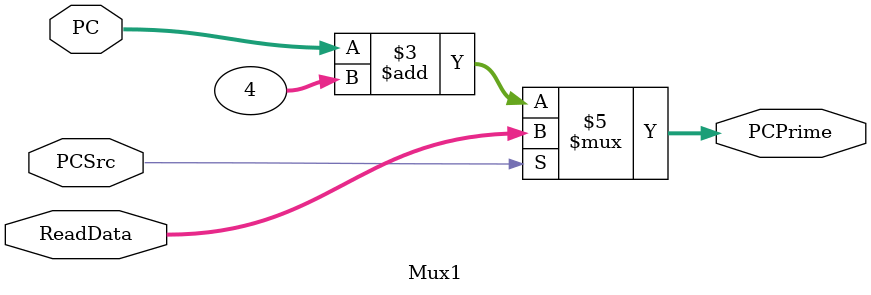
<source format=v>
`timescale 1ns / 1ps


module Mux1(
    input      [31:0] ReadData,
    input      [31:0] PC,
    input             PCSrc,
    output reg [31:0] PCPrime
    );
    
    always @(*) begin
        if (PCSrc == 1) begin
            PCPrime = ReadData;
        end else begin
            PCPrime = PC + 4;
        end
    end
    
endmodule
</source>
